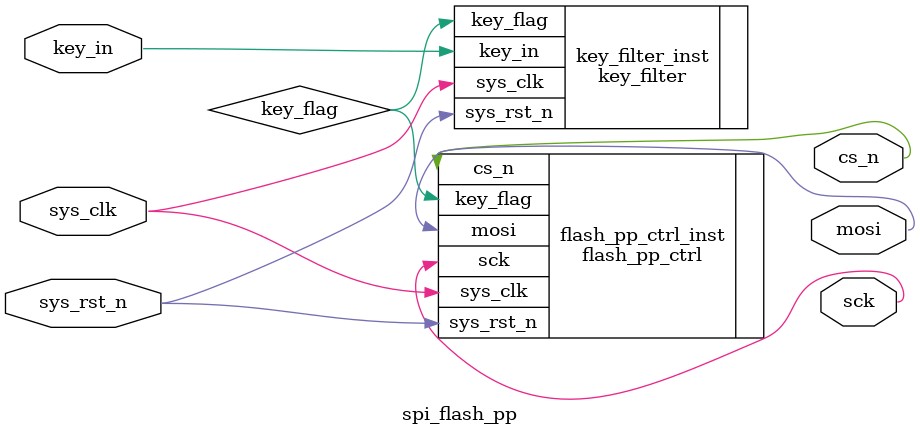
<source format=v>
module  spi_flash_pp
(
    input   wire            sys_clk     ,
    input   wire            sys_rst_n   ,
    input   wire            key_in      ,
    
    output  wire            sck         ,
    output  wire            cs_n        ,
    output  wire            mosi        

);

wire    key_flag;

flash_pp_ctrl  flash_pp_ctrl_inst
(
    .sys_clk     (sys_clk   ),
    .sys_rst_n   (sys_rst_n ),
    .key_flag    (key_flag  ),
    
    .sck         (sck       ),
    .cs_n        (cs_n      ),
    .mosi        (mosi      )
);

key_filter
#(      .CNT_MAX(20'd999_999)
)
key_filter_inst
(
        .sys_clk     (sys_clk  ),
        .sys_rst_n   (sys_rst_n),
        .key_in      (key_in   ),
        
        .key_flag    (key_flag )
);


endmodule

</source>
